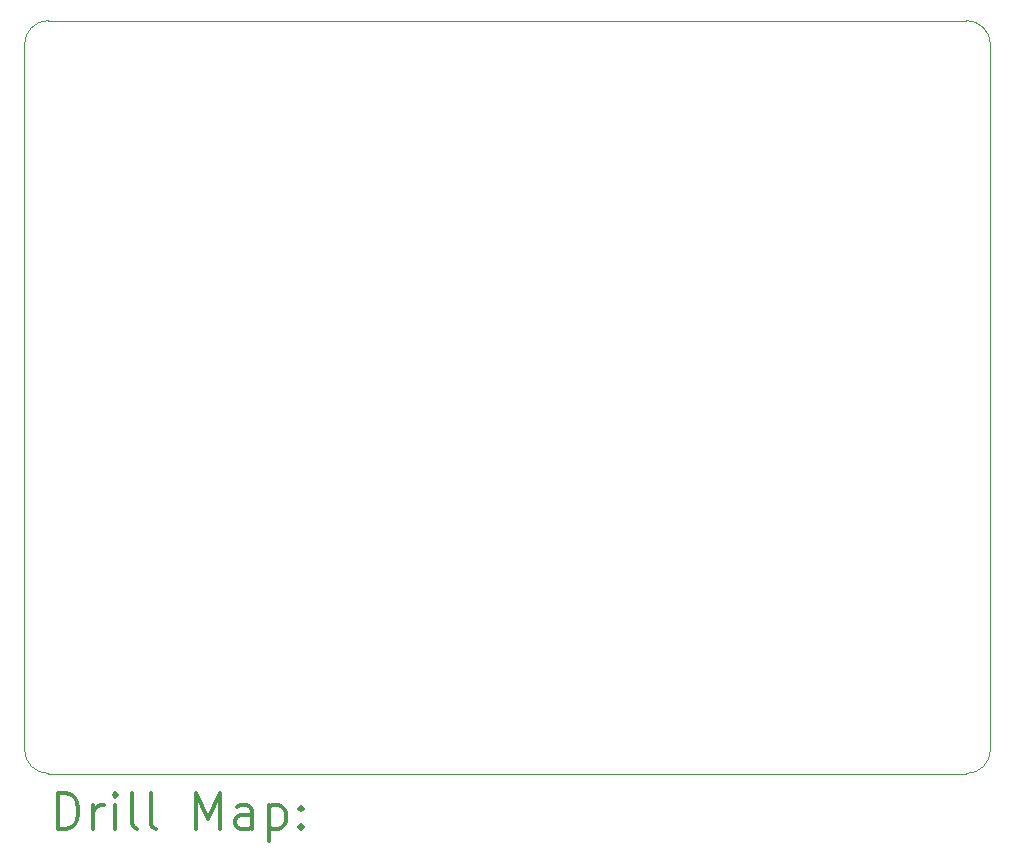
<source format=gbr>
%FSLAX45Y45*%
G04 Gerber Fmt 4.5, Leading zero omitted, Abs format (unit mm)*
G04 Created by KiCad (PCBNEW (5.1.2-1)-1) date 2019-12-25 23:24:40*
%MOMM*%
%LPD*%
G04 APERTURE LIST*
%ADD10C,0.050000*%
%ADD11C,0.200000*%
%ADD12C,0.300000*%
G04 APERTURE END LIST*
D10*
X9245600Y-1270000D02*
G75*
G02X9448800Y-1473200I0J-203200D01*
G01*
X9448800Y-7442200D02*
G75*
G02X9245600Y-7645400I-203200J0D01*
G01*
X1473200Y-7645400D02*
G75*
G02X1270000Y-7442200I0J203200D01*
G01*
X1270000Y-1473200D02*
G75*
G02X1473200Y-1270000I203200J0D01*
G01*
X9245600Y-7645400D02*
X1473200Y-7645400D01*
X9448800Y-1473200D02*
X9448800Y-7442200D01*
X1270000Y-7442200D02*
X1270000Y-1473200D01*
X1473200Y-1270000D02*
X9245600Y-1270000D01*
D11*
D12*
X1553928Y-8113614D02*
X1553928Y-7813614D01*
X1625357Y-7813614D01*
X1668214Y-7827900D01*
X1696786Y-7856471D01*
X1711071Y-7885043D01*
X1725357Y-7942186D01*
X1725357Y-7985043D01*
X1711071Y-8042186D01*
X1696786Y-8070757D01*
X1668214Y-8099329D01*
X1625357Y-8113614D01*
X1553928Y-8113614D01*
X1853928Y-8113614D02*
X1853928Y-7913614D01*
X1853928Y-7970757D02*
X1868214Y-7942186D01*
X1882500Y-7927900D01*
X1911071Y-7913614D01*
X1939643Y-7913614D01*
X2039643Y-8113614D02*
X2039643Y-7913614D01*
X2039643Y-7813614D02*
X2025357Y-7827900D01*
X2039643Y-7842186D01*
X2053928Y-7827900D01*
X2039643Y-7813614D01*
X2039643Y-7842186D01*
X2225357Y-8113614D02*
X2196786Y-8099329D01*
X2182500Y-8070757D01*
X2182500Y-7813614D01*
X2382500Y-8113614D02*
X2353928Y-8099329D01*
X2339643Y-8070757D01*
X2339643Y-7813614D01*
X2725357Y-8113614D02*
X2725357Y-7813614D01*
X2825357Y-8027900D01*
X2925357Y-7813614D01*
X2925357Y-8113614D01*
X3196786Y-8113614D02*
X3196786Y-7956471D01*
X3182500Y-7927900D01*
X3153928Y-7913614D01*
X3096786Y-7913614D01*
X3068214Y-7927900D01*
X3196786Y-8099329D02*
X3168214Y-8113614D01*
X3096786Y-8113614D01*
X3068214Y-8099329D01*
X3053928Y-8070757D01*
X3053928Y-8042186D01*
X3068214Y-8013614D01*
X3096786Y-7999329D01*
X3168214Y-7999329D01*
X3196786Y-7985043D01*
X3339643Y-7913614D02*
X3339643Y-8213614D01*
X3339643Y-7927900D02*
X3368214Y-7913614D01*
X3425357Y-7913614D01*
X3453928Y-7927900D01*
X3468214Y-7942186D01*
X3482500Y-7970757D01*
X3482500Y-8056471D01*
X3468214Y-8085043D01*
X3453928Y-8099329D01*
X3425357Y-8113614D01*
X3368214Y-8113614D01*
X3339643Y-8099329D01*
X3611071Y-8085043D02*
X3625357Y-8099329D01*
X3611071Y-8113614D01*
X3596786Y-8099329D01*
X3611071Y-8085043D01*
X3611071Y-8113614D01*
X3611071Y-7927900D02*
X3625357Y-7942186D01*
X3611071Y-7956471D01*
X3596786Y-7942186D01*
X3611071Y-7927900D01*
X3611071Y-7956471D01*
M02*

</source>
